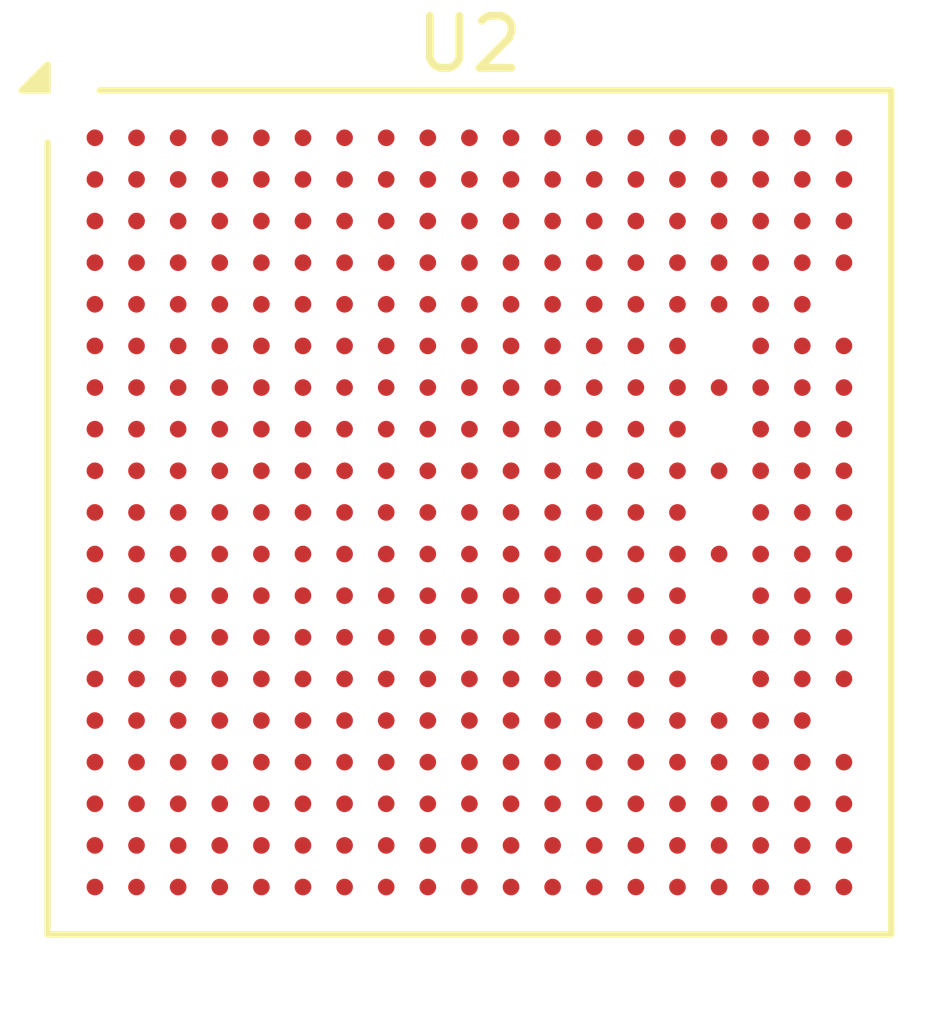
<source format=kicad_pcb>
(kicad_pcb (version 20241229) (generator "pcbnew") (generator_version "9.0")
  (layers (0 "F.Cu" signal) (2 "B.Cu" signal) (13 "F.Paste" user) (15 "B.Paste" user) (5 "F.SilkS" user "F.Silkscreen") (7 "B.SilkS" user "B.Silkscreen") (1 "F.Mask" user) (3 "B.Mask" user) (25 "Edge.Cuts" user))
  (net 0 "")
  (footprint "Package_BGA:ST_LFBGA-354_16x16mm_Layout19x19_P0.8mm" (layer "F.Cu") (at 122.8 90.2)
    (property "Reference" "U2" (at 0 -9 0) (layer "F.SilkS"))
    (property "Value" "STM32MP157FABx")
    (fp_line (start -8.11 8.11) (end -8.11 -7.11) (stroke (width 0.12)) (layer "F.SilkS"))
    (fp_line (start -7.11 -8.11) (end 8.11 -8.11) (stroke (width 0.12)) (layer "F.SilkS"))
    (fp_line (start 8.11 -8.11) (end 8.11 8.11) (stroke (width 0.12)) (layer "F.SilkS"))
    (fp_line (start 8.11 8.11) (end -8.11 8.11) (stroke (width 0.12)) (layer "F.SilkS"))
    (fp_poly (pts (xy -8.11 -8.11) (xy -8.61 -8.11) (xy -8.11 -8.61)) (stroke (width 0.12)) (fill yes) (layer "F.SilkS"))
    (pad "A1" smd circle (at -7.2 -7.2) (size 0.32 0.32) (property pad_prop_bga) (layers "F.Cu" "F.Mask" "F.Paste"))
    (pad "A2" smd circle (at -6.4 -7.2) (size 0.32 0.32) (property pad_prop_bga) (layers "F.Cu" "F.Mask" "F.Paste"))
    (pad "A3" smd circle (at -5.6 -7.2) (size 0.32 0.32) (property pad_prop_bga) (layers "F.Cu" "F.Mask" "F.Paste"))
    (pad "A4" smd circle (at -4.8 -7.2) (size 0.32 0.32) (property pad_prop_bga) (layers "F.Cu" "F.Mask" "F.Paste"))
    (pad "A5" smd circle (at -4 -7.2) (size 0.32 0.32) (property pad_prop_bga) (layers "F.Cu" "F.Mask" "F.Paste"))
    (pad "A6" smd circle (at -3.2 -7.2) (size 0.32 0.32) (property pad_prop_bga) (layers "F.Cu" "F.Mask" "F.Paste"))
    (pad "A7" smd circle (at -2.4 -7.2) (size 0.32 0.32) (property pad_prop_bga) (layers "F.Cu" "F.Mask" "F.Paste"))
    (pad "A8" smd circle (at -1.6 -7.2) (size 0.32 0.32) (property pad_prop_bga) (layers "F.Cu" "F.Mask" "F.Paste"))
    (pad "A9" smd circle (at -0.8 -7.2) (size 0.32 0.32) (property pad_prop_bga) (layers "F.Cu" "F.Mask" "F.Paste"))
    (pad "A10" smd circle (at 0 -7.2) (size 0.32 0.32) (property pad_prop_bga) (layers "F.Cu" "F.Mask" "F.Paste"))
    (pad "A11" smd circle (at 0.8 -7.2) (size 0.32 0.32) (property pad_prop_bga) (layers "F.Cu" "F.Mask" "F.Paste"))
    (pad "A12" smd circle (at 1.6 -7.2) (size 0.32 0.32) (property pad_prop_bga) (layers "F.Cu" "F.Mask" "F.Paste"))
    (pad "A13" smd circle (at 2.4 -7.2) (size 0.32 0.32) (property pad_prop_bga) (layers "F.Cu" "F.Mask" "F.Paste"))
    (pad "A14" smd circle (at 3.2 -7.2) (size 0.32 0.32) (property pad_prop_bga) (layers "F.Cu" "F.Mask" "F.Paste"))
    (pad "A15" smd circle (at 4 -7.2) (size 0.32 0.32) (property pad_prop_bga) (layers "F.Cu" "F.Mask" "F.Paste"))
    (pad "A16" smd circle (at 4.8 -7.2) (size 0.32 0.32) (property pad_prop_bga) (layers "F.Cu" "F.Mask" "F.Paste"))
    (pad "A17" smd circle (at 5.6 -7.2) (size 0.32 0.32) (property pad_prop_bga) (layers "F.Cu" "F.Mask" "F.Paste"))
    (pad "A18" smd circle (at 6.4 -7.2) (size 0.32 0.32) (property pad_prop_bga) (layers "F.Cu" "F.Mask" "F.Paste"))
    (pad "A19" smd circle (at 7.2 -7.2) (size 0.32 0.32) (property pad_prop_bga) (layers "F.Cu" "F.Mask" "F.Paste"))
    (pad "B1" smd circle (at -7.2 -6.4) (size 0.32 0.32) (property pad_prop_bga) (layers "F.Cu" "F.Mask" "F.Paste"))
    (pad "B2" smd circle (at -6.4 -6.4) (size 0.32 0.32) (property pad_prop_bga) (layers "F.Cu" "F.Mask" "F.Paste"))
    (pad "B3" smd circle (at -5.6 -6.4) (size 0.32 0.32) (property pad_prop_bga) (layers "F.Cu" "F.Mask" "F.Paste"))
    (pad "B4" smd circle (at -4.8 -6.4) (size 0.32 0.32) (property pad_prop_bga) (layers "F.Cu" "F.Mask" "F.Paste"))
    (pad "B5" smd circle (at -4 -6.4) (size 0.32 0.32) (property pad_prop_bga) (layers "F.Cu" "F.Mask" "F.Paste"))
    (pad "B6" smd circle (at -3.2 -6.4) (size 0.32 0.32) (property pad_prop_bga) (layers "F.Cu" "F.Mask" "F.Paste"))
    (pad "B7" smd circle (at -2.4 -6.4) (size 0.32 0.32) (property pad_prop_bga) (layers "F.Cu" "F.Mask" "F.Paste"))
    (pad "B8" smd circle (at -1.6 -6.4) (size 0.32 0.32) (property pad_prop_bga) (layers "F.Cu" "F.Mask" "F.Paste"))
    (pad "B9" smd circle (at -0.8 -6.4) (size 0.32 0.32) (property pad_prop_bga) (layers "F.Cu" "F.Mask" "F.Paste"))
    (pad "B10" smd circle (at 0 -6.4) (size 0.32 0.32) (property pad_prop_bga) (layers "F.Cu" "F.Mask" "F.Paste"))
    (pad "B11" smd circle (at 0.8 -6.4) (size 0.32 0.32) (property pad_prop_bga) (layers "F.Cu" "F.Mask" "F.Paste"))
    (pad "B12" smd circle (at 1.6 -6.4) (size 0.32 0.32) (property pad_prop_bga) (layers "F.Cu" "F.Mask" "F.Paste"))
    (pad "B13" smd circle (at 2.4 -6.4) (size 0.32 0.32) (property pad_prop_bga) (layers "F.Cu" "F.Mask" "F.Paste"))
    (pad "B14" smd circle (at 3.2 -6.4) (size 0.32 0.32) (property pad_prop_bga) (layers "F.Cu" "F.Mask" "F.Paste"))
    (pad "B15" smd circle (at 4 -6.4) (size 0.32 0.32) (property pad_prop_bga) (layers "F.Cu" "F.Mask" "F.Paste"))
    (pad "B16" smd circle (at 4.8 -6.4) (size 0.32 0.32) (property pad_prop_bga) (layers "F.Cu" "F.Mask" "F.Paste"))
    (pad "B17" smd circle (at 5.6 -6.4) (size 0.32 0.32) (property pad_prop_bga) (layers "F.Cu" "F.Mask" "F.Paste"))
    (pad "B18" smd circle (at 6.4 -6.4) (size 0.32 0.32) (property pad_prop_bga) (layers "F.Cu" "F.Mask" "F.Paste"))
    (pad "B19" smd circle (at 7.2 -6.4) (size 0.32 0.32) (property pad_prop_bga) (layers "F.Cu" "F.Mask" "F.Paste"))
    (pad "C1" smd circle (at -7.2 -5.6) (size 0.32 0.32) (property pad_prop_bga) (layers "F.Cu" "F.Mask" "F.Paste"))
    (pad "C2" smd circle (at -6.4 -5.6) (size 0.32 0.32) (property pad_prop_bga) (layers "F.Cu" "F.Mask" "F.Paste"))
    (pad "C3" smd circle (at -5.6 -5.6) (size 0.32 0.32) (property pad_prop_bga) (layers "F.Cu" "F.Mask" "F.Paste"))
    (pad "C4" smd circle (at -4.8 -5.6) (size 0.32 0.32) (property pad_prop_bga) (layers "F.Cu" "F.Mask" "F.Paste"))
    (pad "C5" smd circle (at -4 -5.6) (size 0.32 0.32) (property pad_prop_bga) (layers "F.Cu" "F.Mask" "F.Paste"))
    (pad "C6" smd circle (at -3.2 -5.6) (size 0.32 0.32) (property pad_prop_bga) (layers "F.Cu" "F.Mask" "F.Paste"))
    (pad "C7" smd circle (at -2.4 -5.6) (size 0.32 0.32) (property pad_prop_bga) (layers "F.Cu" "F.Mask" "F.Paste"))
    (pad "C8" smd circle (at -1.6 -5.6) (size 0.32 0.32) (property pad_prop_bga) (layers "F.Cu" "F.Mask" "F.Paste"))
    (pad "C9" smd circle (at -0.8 -5.6) (size 0.32 0.32) (property pad_prop_bga) (layers "F.Cu" "F.Mask" "F.Paste"))
    (pad "C10" smd circle (at 0 -5.6) (size 0.32 0.32) (property pad_prop_bga) (layers "F.Cu" "F.Mask" "F.Paste"))
    (pad "C11" smd circle (at 0.8 -5.6) (size 0.32 0.32) (property pad_prop_bga) (layers "F.Cu" "F.Mask" "F.Paste"))
    (pad "C12" smd circle (at 1.6 -5.6) (size 0.32 0.32) (property pad_prop_bga) (layers "F.Cu" "F.Mask" "F.Paste"))
    (pad "C13" smd circle (at 2.4 -5.6) (size 0.32 0.32) (property pad_prop_bga) (layers "F.Cu" "F.Mask" "F.Paste"))
    (pad "C14" smd circle (at 3.2 -5.6) (size 0.32 0.32) (property pad_prop_bga) (layers "F.Cu" "F.Mask" "F.Paste"))
    (pad "C15" smd circle (at 4 -5.6) (size 0.32 0.32) (property pad_prop_bga) (layers "F.Cu" "F.Mask" "F.Paste"))
    (pad "C16" smd circle (at 4.8 -5.6) (size 0.32 0.32) (property pad_prop_bga) (layers "F.Cu" "F.Mask" "F.Paste"))
    (pad "C17" smd circle (at 5.6 -5.6) (size 0.32 0.32) (property pad_prop_bga) (layers "F.Cu" "F.Mask" "F.Paste"))
    (pad "C18" smd circle (at 6.4 -5.6) (size 0.32 0.32) (property pad_prop_bga) (layers "F.Cu" "F.Mask" "F.Paste"))
    (pad "C19" smd circle (at 7.2 -5.6) (size 0.32 0.32) (property pad_prop_bga) (layers "F.Cu" "F.Mask" "F.Paste"))
    (pad "D1" smd circle (at -7.2 -4.8) (size 0.32 0.32) (property pad_prop_bga) (layers "F.Cu" "F.Mask" "F.Paste"))
    (pad "D2" smd circle (at -6.4 -4.8) (size 0.32 0.32) (property pad_prop_bga) (layers "F.Cu" "F.Mask" "F.Paste"))
    (pad "D3" smd circle (at -5.6 -4.8) (size 0.32 0.32) (property pad_prop_bga) (layers "F.Cu" "F.Mask" "F.Paste"))
    (pad "D4" smd circle (at -4.8 -4.8) (size 0.32 0.32) (property pad_prop_bga) (layers "F.Cu" "F.Mask" "F.Paste"))
    (pad "D5" smd circle (at -4 -4.8) (size 0.32 0.32) (property pad_prop_bga) (layers "F.Cu" "F.Mask" "F.Paste"))
    (pad "D6" smd circle (at -3.2 -4.8) (size 0.32 0.32) (property pad_prop_bga) (layers "F.Cu" "F.Mask" "F.Paste"))
    (pad "D7" smd circle (at -2.4 -4.8) (size 0.32 0.32) (property pad_prop_bga) (layers "F.Cu" "F.Mask" "F.Paste"))
    (pad "D8" smd circle (at -1.6 -4.8) (size 0.32 0.32) (property pad_prop_bga) (layers "F.Cu" "F.Mask" "F.Paste"))
    (pad "D9" smd circle (at -0.8 -4.8) (size 0.32 0.32) (property pad_prop_bga) (layers "F.Cu" "F.Mask" "F.Paste"))
    (pad "D10" smd circle (at 0 -4.8) (size 0.32 0.32) (property pad_prop_bga) (layers "F.Cu" "F.Mask" "F.Paste"))
    (pad "D11" smd circle (at 0.8 -4.8) (size 0.32 0.32) (property pad_prop_bga) (layers "F.Cu" "F.Mask" "F.Paste"))
    (pad "D12" smd circle (at 1.6 -4.8) (size 0.32 0.32) (property pad_prop_bga) (layers "F.Cu" "F.Mask" "F.Paste"))
    (pad "D13" smd circle (at 2.4 -4.8) (size 0.32 0.32) (property pad_prop_bga) (layers "F.Cu" "F.Mask" "F.Paste"))
    (pad "D14" smd circle (at 3.2 -4.8) (size 0.32 0.32) (property pad_prop_bga) (layers "F.Cu" "F.Mask" "F.Paste"))
    (pad "D15" smd circle (at 4 -4.8) (size 0.32 0.32) (property pad_prop_bga) (layers "F.Cu" "F.Mask" "F.Paste"))
    (pad "D16" smd circle (at 4.8 -4.8) (size 0.32 0.32) (property pad_prop_bga) (layers "F.Cu" "F.Mask" "F.Paste"))
    (pad "D17" smd circle (at 5.6 -4.8) (size 0.32 0.32) (property pad_prop_bga) (layers "F.Cu" "F.Mask" "F.Paste"))
    (pad "D18" smd circle (at 6.4 -4.8) (size 0.32 0.32) (property pad_prop_bga) (layers "F.Cu" "F.Mask" "F.Paste"))
    (pad "D19" smd circle (at 7.2 -4.8) (size 0.32 0.32) (property pad_prop_bga) (layers "F.Cu" "F.Mask" "F.Paste"))
    (pad "E1" smd circle (at -7.2 -4) (size 0.32 0.32) (property pad_prop_bga) (layers "F.Cu" "F.Mask" "F.Paste"))
    (pad "E2" smd circle (at -6.4 -4) (size 0.32 0.32) (property pad_prop_bga) (layers "F.Cu" "F.Mask" "F.Paste"))
    (pad "E3" smd circle (at -5.6 -4) (size 0.32 0.32) (property pad_prop_bga) (layers "F.Cu" "F.Mask" "F.Paste"))
    (pad "E4" smd circle (at -4.8 -4) (size 0.32 0.32) (property pad_prop_bga) (layers "F.Cu" "F.Mask" "F.Paste"))
    (pad "E5" smd circle (at -4 -4) (size 0.32 0.32) (property pad_prop_bga) (layers "F.Cu" "F.Mask" "F.Paste"))
    (pad "E6" smd circle (at -3.2 -4) (size 0.32 0.32) (property pad_prop_bga) (layers "F.Cu" "F.Mask" "F.Paste"))
    (pad "E7" smd circle (at -2.4 -4) (size 0.32 0.32) (property pad_prop_bga) (layers "F.Cu" "F.Mask" "F.Paste"))
    (pad "E8" smd circle (at -1.6 -4) (size 0.32 0.32) (property pad_prop_bga) (layers "F.Cu" "F.Mask" "F.Paste"))
    (pad "E9" smd circle (at -0.8 -4) (size 0.32 0.32) (property pad_prop_bga) (layers "F.Cu" "F.Mask" "F.Paste"))
    (pad "E10" smd circle (at 0 -4) (size 0.32 0.32) (property pad_prop_bga) (layers "F.Cu" "F.Mask" "F.Paste"))
    (pad "E11" smd circle (at 0.8 -4) (size 0.32 0.32) (property pad_prop_bga) (layers "F.Cu" "F.Mask" "F.Paste"))
    (pad "E12" smd circle (at 1.6 -4) (size 0.32 0.32) (property pad_prop_bga) (layers "F.Cu" "F.Mask" "F.Paste"))
    (pad "E13" smd circle (at 2.4 -4) (size 0.32 0.32) (property pad_prop_bga) (layers "F.Cu" "F.Mask" "F.Paste"))
    (pad "E14" smd circle (at 3.2 -4) (size 0.32 0.32) (property pad_prop_bga) (layers "F.Cu" "F.Mask" "F.Paste"))
    (pad "E15" smd circle (at 4 -4) (size 0.32 0.32) (property pad_prop_bga) (layers "F.Cu" "F.Mask" "F.Paste"))
    (pad "E16" smd circle (at 4.8 -4) (size 0.32 0.32) (property pad_prop_bga) (layers "F.Cu" "F.Mask" "F.Paste"))
    (pad "E17" smd circle (at 5.6 -4) (size 0.32 0.32) (property pad_prop_bga) (layers "F.Cu" "F.Mask" "F.Paste"))
    (pad "E18" smd circle (at 6.4 -4) (size 0.32 0.32) (property pad_prop_bga) (layers "F.Cu" "F.Mask" "F.Paste"))
    (pad "F1" smd circle (at -7.2 -3.2) (size 0.32 0.32) (property pad_prop_bga) (layers "F.Cu" "F.Mask" "F.Paste"))
    (pad "F2" smd circle (at -6.4 -3.2) (size 0.32 0.32) (property pad_prop_bga) (layers "F.Cu" "F.Mask" "F.Paste"))
    (pad "F3" smd circle (at -5.6 -3.2) (size 0.32 0.32) (property pad_prop_bga) (layers "F.Cu" "F.Mask" "F.Paste"))
    (pad "F4" smd circle (at -4.8 -3.2) (size 0.32 0.32) (property pad_prop_bga) (layers "F.Cu" "F.Mask" "F.Paste"))
    (pad "F5" smd circle (at -4 -3.2) (size 0.32 0.32) (property pad_prop_bga) (layers "F.Cu" "F.Mask" "F.Paste"))
    (pad "F6" smd circle (at -3.2 -3.2) (size 0.32 0.32) (property pad_prop_bga) (layers "F.Cu" "F.Mask" "F.Paste"))
    (pad "F7" smd circle (at -2.4 -3.2) (size 0.32 0.32) (property pad_prop_bga) (layers "F.Cu" "F.Mask" "F.Paste"))
    (pad "F8" smd circle (at -1.6 -3.2) (size 0.32 0.32) (property pad_prop_bga) (layers "F.Cu" "F.Mask" "F.Paste"))
    (pad "F9" smd circle (at -0.8 -3.2) (size 0.32 0.32) (property pad_prop_bga) (layers "F.Cu" "F.Mask" "F.Paste"))
    (pad "F10" smd circle (at 0 -3.2) (size 0.32 0.32) (property pad_prop_bga) (layers "F.Cu" "F.Mask" "F.Paste"))
    (pad "F11" smd circle (at 0.8 -3.2) (size 0.32 0.32) (property pad_prop_bga) (layers "F.Cu" "F.Mask" "F.Paste"))
    (pad "F12" smd circle (at 1.6 -3.2) (size 0.32 0.32) (property pad_prop_bga) (layers "F.Cu" "F.Mask" "F.Paste"))
    (pad "F13" smd circle (at 2.4 -3.2) (size 0.32 0.32) (property pad_prop_bga) (layers "F.Cu" "F.Mask" "F.Paste"))
    (pad "F14" smd circle (at 3.2 -3.2) (size 0.32 0.32) (property pad_prop_bga) (layers "F.Cu" "F.Mask" "F.Paste"))
    (pad "F15" smd circle (at 4 -3.2) (size 0.32 0.32) (property pad_prop_bga) (layers "F.Cu" "F.Mask" "F.Paste"))
    (pad "F17" smd circle (at 5.6 -3.2) (size 0.32 0.32) (property pad_prop_bga) (layers "F.Cu" "F.Mask" "F.Paste"))
    (pad "F18" smd circle (at 6.4 -3.2) (size 0.32 0.32) (property pad_prop_bga) (layers "F.Cu" "F.Mask" "F.Paste"))
    (pad "F19" smd circle (at 7.2 -3.2) (size 0.32 0.32) (property pad_prop_bga) (layers "F.Cu" "F.Mask" "F.Paste"))
    (pad "G1" smd circle (at -7.2 -2.4) (size 0.32 0.32) (property pad_prop_bga) (layers "F.Cu" "F.Mask" "F.Paste"))
    (pad "G2" smd circle (at -6.4 -2.4) (size 0.32 0.32) (property pad_prop_bga) (layers "F.Cu" "F.Mask" "F.Paste"))
    (pad "G3" smd circle (at -5.6 -2.4) (size 0.32 0.32) (property pad_prop_bga) (layers "F.Cu" "F.Mask" "F.Paste"))
    (pad "G4" smd circle (at -4.8 -2.4) (size 0.32 0.32) (property pad_prop_bga) (layers "F.Cu" "F.Mask" "F.Paste"))
    (pad "G5" smd circle (at -4 -2.4) (size 0.32 0.32) (property pad_prop_bga) (layers "F.Cu" "F.Mask" "F.Paste"))
    (pad "G6" smd circle (at -3.2 -2.4) (size 0.32 0.32) (property pad_prop_bga) (layers "F.Cu" "F.Mask" "F.Paste"))
    (pad "G7" smd circle (at -2.4 -2.4) (size 0.32 0.32) (property pad_prop_bga) (layers "F.Cu" "F.Mask" "F.Paste"))
    (pad "G8" smd circle (at -1.6 -2.4) (size 0.32 0.32) (property pad_prop_bga) (layers "F.Cu" "F.Mask" "F.Paste"))
    (pad "G9" smd circle (at -0.8 -2.4) (size 0.32 0.32) (property pad_prop_bga) (layers "F.Cu" "F.Mask" "F.Paste"))
    (pad "G10" smd circle (at 0 -2.4) (size 0.32 0.32) (property pad_prop_bga) (layers "F.Cu" "F.Mask" "F.Paste"))
    (pad "G11" smd circle (at 0.8 -2.4) (size 0.32 0.32) (property pad_prop_bga) (layers "F.Cu" "F.Mask" "F.Paste"))
    (pad "G12" smd circle (at 1.6 -2.4) (size 0.32 0.32) (property pad_prop_bga) (layers "F.Cu" "F.Mask" "F.Paste"))
    (pad "G13" smd circle (at 2.4 -2.4) (size 0.32 0.32) (property pad_prop_bga) (layers "F.Cu" "F.Mask" "F.Paste"))
    (pad "G14" smd circle (at 3.2 -2.4) (size 0.32 0.32) (property pad_prop_bga) (layers "F.Cu" "F.Mask" "F.Paste"))
    (pad "G15" smd circle (at 4 -2.4) (size 0.32 0.32) (property pad_prop_bga) (layers "F.Cu" "F.Mask" "F.Paste"))
    (pad "G16" smd circle (at 4.8 -2.4) (size 0.32 0.32) (property pad_prop_bga) (layers "F.Cu" "F.Mask" "F.Paste"))
    (pad "G17" smd circle (at 5.6 -2.4) (size 0.32 0.32) (property pad_prop_bga) (layers "F.Cu" "F.Mask" "F.Paste"))
    (pad "G18" smd circle (at 6.4 -2.4) (size 0.32 0.32) (property pad_prop_bga) (layers "F.Cu" "F.Mask" "F.Paste"))
    (pad "G19" smd circle (at 7.2 -2.4) (size 0.32 0.32) (property pad_prop_bga) (layers "F.Cu" "F.Mask" "F.Paste"))
    (pad "H1" smd circle (at -7.2 -1.6) (size 0.32 0.32) (property pad_prop_bga) (layers "F.Cu" "F.Mask" "F.Paste"))
    (pad "H2" smd circle (at -6.4 -1.6) (size 0.32 0.32) (property pad_prop_bga) (layers "F.Cu" "F.Mask" "F.Paste"))
    (pad "H3" smd circle (at -5.6 -1.6) (size 0.32 0.32) (property pad_prop_bga) (layers "F.Cu" "F.Mask" "F.Paste"))
    (pad "H4" smd circle (at -4.8 -1.6) (size 0.32 0.32) (property pad_prop_bga) (layers "F.Cu" "F.Mask" "F.Paste"))
    (pad "H5" smd circle (at -4 -1.6) (size 0.32 0.32) (property pad_prop_bga) (layers "F.Cu" "F.Mask" "F.Paste"))
    (pad "H6" smd circle (at -3.2 -1.6) (size 0.32 0.32) (property pad_prop_bga) (layers "F.Cu" "F.Mask" "F.Paste"))
    (pad "H7" smd circle (at -2.4 -1.6) (size 0.32 0.32) (property pad_prop_bga) (layers "F.Cu" "F.Mask" "F.Paste"))
    (pad "H8" smd circle (at -1.6 -1.6) (size 0.32 0.32) (property pad_prop_bga) (layers "F.Cu" "F.Mask" "F.Paste"))
    (pad "H9" smd circle (at -0.8 -1.6) (size 0.32 0.32) (property pad_prop_bga) (layers "F.Cu" "F.Mask" "F.Paste"))
    (pad "H10" smd circle (at 0 -1.6) (size 0.32 0.32) (property pad_prop_bga) (layers "F.Cu" "F.Mask" "F.Paste"))
    (pad "H11" smd circle (at 0.8 -1.6) (size 0.32 0.32) (property pad_prop_bga) (layers "F.Cu" "F.Mask" "F.Paste"))
    (pad "H12" smd circle (at 1.6 -1.6) (size 0.32 0.32) (property pad_prop_bga) (layers "F.Cu" "F.Mask" "F.Paste"))
    (pad "H13" smd circle (at 2.4 -1.6) (size 0.32 0.32) (property pad_prop_bga) (layers "F.Cu" "F.Mask" "F.Paste"))
    (pad "H14" smd circle (at 3.2 -1.6) (size 0.32 0.32) (property pad_prop_bga) (layers "F.Cu" "F.Mask" "F.Paste"))
    (pad "H15" smd circle (at 4 -1.6) (size 0.32 0.32) (property pad_prop_bga) (layers "F.Cu" "F.Mask" "F.Paste"))
    (pad "H17" smd circle (at 5.6 -1.6) (size 0.32 0.32) (property pad_prop_bga) (layers "F.Cu" "F.Mask" "F.Paste"))
    (pad "H18" smd circle (at 6.4 -1.6) (size 0.32 0.32) (property pad_prop_bga) (layers "F.Cu" "F.Mask" "F.Paste"))
    (pad "H19" smd circle (at 7.2 -1.6) (size 0.32 0.32) (property pad_prop_bga) (layers "F.Cu" "F.Mask" "F.Paste"))
    (pad "J1" smd circle (at -7.2 -0.8) (size 0.32 0.32) (property pad_prop_bga) (layers "F.Cu" "F.Mask" "F.Paste"))
    (pad "J2" smd circle (at -6.4 -0.8) (size 0.32 0.32) (property pad_prop_bga) (layers "F.Cu" "F.Mask" "F.Paste"))
    (pad "J3" smd circle (at -5.6 -0.8) (size 0.32 0.32) (property pad_prop_bga) (layers "F.Cu" "F.Mask" "F.Paste"))
    (pad "J4" smd circle (at -4.8 -0.8) (size 0.32 0.32) (property pad_prop_bga) (layers "F.Cu" "F.Mask" "F.Paste"))
    (pad "J5" smd circle (at -4 -0.8) (size 0.32 0.32) (property pad_prop_bga) (layers "F.Cu" "F.Mask" "F.Paste"))
    (pad "J6" smd circle (at -3.2 -0.8) (size 0.32 0.32) (property pad_prop_bga) (layers "F.Cu" "F.Mask" "F.Paste"))
    (pad "J7" smd circle (at -2.4 -0.8) (size 0.32 0.32) (property pad_prop_bga) (layers "F.Cu" "F.Mask" "F.Paste"))
    (pad "J8" smd circle (at -1.6 -0.8) (size 0.32 0.32) (property pad_prop_bga) (layers "F.Cu" "F.Mask" "F.Paste"))
    (pad "J9" smd circle (at -0.8 -0.8) (size 0.32 0.32) (property pad_prop_bga) (layers "F.Cu" "F.Mask" "F.Paste"))
    (pad "J10" smd circle (at 0 -0.8) (size 0.32 0.32) (property pad_prop_bga) (layers "F.Cu" "F.Mask" "F.Paste"))
    (pad "J11" smd circle (at 0.8 -0.8) (size 0.32 0.32) (property pad_prop_bga) (layers "F.Cu" "F.Mask" "F.Paste"))
    (pad "J12" smd circle (at 1.6 -0.8) (size 0.32 0.32) (property pad_prop_bga) (layers "F.Cu" "F.Mask" "F.Paste"))
    (pad "J13" smd circle (at 2.4 -0.8) (size 0.32 0.32) (property pad_prop_bga) (layers "F.Cu" "F.Mask" "F.Paste"))
    (pad "J14" smd circle (at 3.2 -0.8) (size 0.32 0.32) (property pad_prop_bga) (layers "F.Cu" "F.Mask" "F.Paste"))
    (pad "J15" smd circle (at 4 -0.8) (size 0.32 0.32) (property pad_prop_bga) (layers "F.Cu" "F.Mask" "F.Paste"))
    (pad "J16" smd circle (at 4.8 -0.8) (size 0.32 0.32) (property pad_prop_bga) (layers "F.Cu" "F.Mask" "F.Paste"))
    (pad "J17" smd circle (at 5.6 -0.8) (size 0.32 0.32) (property pad_prop_bga) (layers "F.Cu" "F.Mask" "F.Paste"))
    (pad "J18" smd circle (at 6.4 -0.8) (size 0.32 0.32) (property pad_prop_bga) (layers "F.Cu" "F.Mask" "F.Paste"))
    (pad "J19" smd circle (at 7.2 -0.8) (size 0.32 0.32) (property pad_prop_bga) (layers "F.Cu" "F.Mask" "F.Paste"))
    (pad "K1" smd circle (at -7.2 0) (size 0.32 0.32) (property pad_prop_bga) (layers "F.Cu" "F.Mask" "F.Paste"))
    (pad "K2" smd circle (at -6.4 0) (size 0.32 0.32) (property pad_prop_bga) (layers "F.Cu" "F.Mask" "F.Paste"))
    (pad "K3" smd circle (at -5.6 0) (size 0.32 0.32) (property pad_prop_bga) (layers "F.Cu" "F.Mask" "F.Paste"))
    (pad "K4" smd circle (at -4.8 0) (size 0.32 0.32) (property pad_prop_bga) (layers "F.Cu" "F.Mask" "F.Paste"))
    (pad "K5" smd circle (at -4 0) (size 0.32 0.32) (property pad_prop_bga) (layers "F.Cu" "F.Mask" "F.Paste"))
    (pad "K6" smd circle (at -3.2 0) (size 0.32 0.32) (property pad_prop_bga) (layers "F.Cu" "F.Mask" "F.Paste"))
    (pad "K7" smd circle (at -2.4 0) (size 0.32 0.32) (property pad_prop_bga) (layers "F.Cu" "F.Mask" "F.Paste"))
    (pad "K8" smd circle (at -1.6 0) (size 0.32 0.32) (property pad_prop_bga) (layers "F.Cu" "F.Mask" "F.Paste"))
    (pad "K9" smd circle (at -0.8 0) (size 0.32 0.32) (property pad_prop_bga) (layers "F.Cu" "F.Mask" "F.Paste"))
    (pad "K10" smd circle (at 0 0) (size 0.32 0.32) (property pad_prop_bga) (layers "F.Cu" "F.Mask" "F.Paste"))
    (pad "K11" smd circle (at 0.8 0) (size 0.32 0.32) (property pad_prop_bga) (layers "F.Cu" "F.Mask" "F.Paste"))
    (pad "K12" smd circle (at 1.6 0) (size 0.32 0.32) (property pad_prop_bga) (layers "F.Cu" "F.Mask" "F.Paste"))
    (pad "K13" smd circle (at 2.4 0) (size 0.32 0.32) (property pad_prop_bga) (layers "F.Cu" "F.Mask" "F.Paste"))
    (pad "K14" smd circle (at 3.2 0) (size 0.32 0.32) (property pad_prop_bga) (layers "F.Cu" "F.Mask" "F.Paste"))
    (pad "K15" smd circle (at 4 0) (size 0.32 0.32) (property pad_prop_bga) (layers "F.Cu" "F.Mask" "F.Paste"))
    (pad "K17" smd circle (at 5.6 0) (size 0.32 0.32) (property pad_prop_bga) (layers "F.Cu" "F.Mask" "F.Paste"))
    (pad "K18" smd circle (at 6.4 0) (size 0.32 0.32) (property pad_prop_bga) (layers "F.Cu" "F.Mask" "F.Paste"))
    (pad "K19" smd circle (at 7.2 0) (size 0.32 0.32) (property pad_prop_bga) (layers "F.Cu" "F.Mask" "F.Paste"))
    (pad "L1" smd circle (at -7.2 0.8) (size 0.32 0.32) (property pad_prop_bga) (layers "F.Cu" "F.Mask" "F.Paste"))
    (pad "L2" smd circle (at -6.4 0.8) (size 0.32 0.32) (property pad_prop_bga) (layers "F.Cu" "F.Mask" "F.Paste"))
    (pad "L3" smd circle (at -5.6 0.8) (size 0.32 0.32) (property pad_prop_bga) (layers "F.Cu" "F.Mask" "F.Paste"))
    (pad "L4" smd circle (at -4.8 0.8) (size 0.32 0.32) (property pad_prop_bga) (layers "F.Cu" "F.Mask" "F.Paste"))
    (pad "L5" smd circle (at -4 0.8) (size 0.32 0.32) (property pad_prop_bga) (layers "F.Cu" "F.Mask" "F.Paste"))
    (pad "L6" smd circle (at -3.2 0.8) (size 0.32 0.32) (property pad_prop_bga) (layers "F.Cu" "F.Mask" "F.Paste"))
    (pad "L7" smd circle (at -2.4 0.8) (size 0.32 0.32) (property pad_prop_bga) (layers "F.Cu" "F.Mask" "F.Paste"))
    (pad "L8" smd circle (at -1.6 0.8) (size 0.32 0.32) (property pad_prop_bga) (layers "F.Cu" "F.Mask" "F.Paste"))
    (pad "L9" smd circle (at -0.8 0.8) (size 0.32 0.32) (property pad_prop_bga) (layers "F.Cu" "F.Mask" "F.Paste"))
    (pad "L10" smd circle (at 0 0.8) (size 0.32 0.32) (property pad_prop_bga) (layers "F.Cu" "F.Mask" "F.Paste"))
    (pad "L11" smd circle (at 0.8 0.8) (size 0.32 0.32) (property pad_prop_bga) (layers "F.Cu" "F.Mask" "F.Paste"))
    (pad "L12" smd circle (at 1.6 0.8) (size 0.32 0.32) (property pad_prop_bga) (layers "F.Cu" "F.Mask" "F.Paste"))
    (pad "L13" smd circle (at 2.4 0.8) (size 0.32 0.32) (property pad_prop_bga) (layers "F.Cu" "F.Mask" "F.Paste"))
    (pad "L14" smd circle (at 3.2 0.8) (size 0.32 0.32) (property pad_prop_bga) (layers "F.Cu" "F.Mask" "F.Paste"))
    (pad "L15" smd circle (at 4 0.8) (size 0.32 0.32) (property pad_prop_bga) (layers "F.Cu" "F.Mask" "F.Paste"))
    (pad "L16" smd circle (at 4.8 0.8) (size 0.32 0.32) (property pad_prop_bga) (layers "F.Cu" "F.Mask" "F.Paste"))
    (pad "L17" smd circle (at 5.6 0.8) (size 0.32 0.32) (property pad_prop_bga) (layers "F.Cu" "F.Mask" "F.Paste"))
    (pad "L18" smd circle (at 6.4 0.8) (size 0.32 0.32) (property pad_prop_bga) (layers "F.Cu" "F.Mask" "F.Paste"))
    (pad "L19" smd circle (at 7.2 0.8) (size 0.32 0.32) (property pad_prop_bga) (layers "F.Cu" "F.Mask" "F.Paste"))
    (pad "M1" smd circle (at -7.2 1.6) (size 0.32 0.32) (property pad_prop_bga) (layers "F.Cu" "F.Mask" "F.Paste"))
    (pad "M2" smd circle (at -6.4 1.6) (size 0.32 0.32) (property pad_prop_bga) (layers "F.Cu" "F.Mask" "F.Paste"))
    (pad "M3" smd circle (at -5.6 1.6) (size 0.32 0.32) (property pad_prop_bga) (layers "F.Cu" "F.Mask" "F.Paste"))
    (pad "M4" smd circle (at -4.8 1.6) (size 0.32 0.32) (property pad_prop_bga) (layers "F.Cu" "F.Mask" "F.Paste"))
    (pad "M5" smd circle (at -4 1.6) (size 0.32 0.32) (property pad_prop_bga) (layers "F.Cu" "F.Mask" "F.Paste"))
    (pad "M6" smd circle (at -3.2 1.6) (size 0.32 0.32) (property pad_prop_bga) (layers "F.Cu" "F.Mask" "F.Paste"))
    (pad "M7" smd circle (at -2.4 1.6) (size 0.32 0.32) (property pad_prop_bga) (layers "F.Cu" "F.Mask" "F.Paste"))
    (pad "M8" smd circle (at -1.6 1.6) (size 0.32 0.32) (property pad_prop_bga) (layers "F.Cu" "F.Mask" "F.Paste"))
    (pad "M9" smd circle (at -0.8 1.6) (size 0.32 0.32) (property pad_prop_bga) (layers "F.Cu" "F.Mask" "F.Paste"))
    (pad "M10" smd circle (at 0 1.6) (size 0.32 0.32) (property pad_prop_bga) (layers "F.Cu" "F.Mask" "F.Paste"))
    (pad "M11" smd circle (at 0.8 1.6) (size 0.32 0.32) (property pad_prop_bga) (layers "F.Cu" "F.Mask" "F.Paste"))
    (pad "M12" smd circle (at 1.6 1.6) (size 0.32 0.32) (property pad_prop_bga) (layers "F.Cu" "F.Mask" "F.Paste"))
    (pad "M13" smd circle (at 2.4 1.6) (size 0.32 0.32) (property pad_prop_bga) (layers "F.Cu" "F.Mask" "F.Paste"))
    (pad "M14" smd circle (at 3.2 1.6) (size 0.32 0.32) (property pad_prop_bga) (layers "F.Cu" "F.Mask" "F.Paste"))
    (pad "M15" smd circle (at 4 1.6) (size 0.32 0.32) (property pad_prop_bga) (layers "F.Cu" "F.Mask" "F.Paste"))
    (pad "M17" smd circle (at 5.6 1.6) (size 0.32 0.32) (property pad_prop_bga) (layers "F.Cu" "F.Mask" "F.Paste"))
    (pad "M18" smd circle (at 6.4 1.6) (size 0.32 0.32) (property pad_prop_bga) (layers "F.Cu" "F.Mask" "F.Paste"))
    (pad "M19" smd circle (at 7.2 1.6) (size 0.32 0.32) (property pad_prop_bga) (layers "F.Cu" "F.Mask" "F.Paste"))
    (pad "N1" smd circle (at -7.2 2.4) (size 0.32 0.32) (property pad_prop_bga) (layers "F.Cu" "F.Mask" "F.Paste"))
    (pad "N2" smd circle (at -6.4 2.4) (size 0.32 0.32) (property pad_prop_bga) (layers "F.Cu" "F.Mask" "F.Paste"))
    (pad "N3" smd circle (at -5.6 2.4) (size 0.32 0.32) (property pad_prop_bga) (layers "F.Cu" "F.Mask" "F.Paste"))
    (pad "N4" smd circle (at -4.8 2.4) (size 0.32 0.32) (property pad_prop_bga) (layers "F.Cu" "F.Mask" "F.Paste"))
    (pad "N5" smd circle (at -4 2.4) (size 0.32 0.32) (property pad_prop_bga) (layers "F.Cu" "F.Mask" "F.Paste"))
    (pad "N6" smd circle (at -3.2 2.4) (size 0.32 0.32) (property pad_prop_bga) (layers "F.Cu" "F.Mask" "F.Paste"))
    (pad "N7" smd circle (at -2.4 2.4) (size 0.32 0.32) (property pad_prop_bga) (layers "F.Cu" "F.Mask" "F.Paste"))
    (pad "N8" smd circle (at -1.6 2.4) (size 0.32 0.32) (property pad_prop_bga) (layers "F.Cu" "F.Mask" "F.Paste"))
    (pad "N9" smd circle (at -0.8 2.4) (size 0.32 0.32) (property pad_prop_bga) (layers "F.Cu" "F.Mask" "F.Paste"))
    (pad "N10" smd circle (at 0 2.4) (size 0.32 0.32) (property pad_prop_bga) (layers "F.Cu" "F.Mask" "F.Paste"))
    (pad "N11" smd circle (at 0.8 2.4) (size 0.32 0.32) (property pad_prop_bga) (layers "F.Cu" "F.Mask" "F.Paste"))
    (pad "N12" smd circle (at 1.6 2.4) (size 0.32 0.32) (property pad_prop_bga) (layers "F.Cu" "F.Mask" "F.Paste"))
    (pad "N13" smd circle (at 2.4 2.4) (size 0.32 0.32) (property pad_prop_bga) (layers "F.Cu" "F.Mask" "F.Paste"))
    (pad "N14" smd circle (at 3.2 2.4) (size 0.32 0.32) (property pad_prop_bga) (layers "F.Cu" "F.Mask" "F.Paste"))
    (pad "N15" smd circle (at 4 2.4) (size 0.32 0.32) (property pad_prop_bga) (layers "F.Cu" "F.Mask" "F.Paste"))
    (pad "N16" smd circle (at 4.8 2.4) (size 0.32 0.32) (property pad_prop_bga) (layers "F.Cu" "F.Mask" "F.Paste"))
    (pad "N17" smd circle (at 5.6 2.4) (size 0.32 0.32) (property pad_prop_bga) (layers "F.Cu" "F.Mask" "F.Paste"))
    (pad "N18" smd circle (at 6.4 2.4) (size 0.32 0.32) (property pad_prop_bga) (layers "F.Cu" "F.Mask" "F.Paste"))
    (pad "N19" smd circle (at 7.2 2.4) (size 0.32 0.32) (property pad_prop_bga) (layers "F.Cu" "F.Mask" "F.Paste"))
    (pad "P1" smd circle (at -7.2 3.2) (size 0.32 0.32) (property pad_prop_bga) (layers "F.Cu" "F.Mask" "F.Paste"))
    (pad "P2" smd circle (at -6.4 3.2) (size 0.32 0.32) (property pad_prop_bga) (layers "F.Cu" "F.Mask" "F.Paste"))
    (pad "P3" smd circle (at -5.6 3.2) (size 0.32 0.32) (property pad_prop_bga) (layers "F.Cu" "F.Mask" "F.Paste"))
    (pad "P4" smd circle (at -4.8 3.2) (size 0.32 0.32) (property pad_prop_bga) (layers "F.Cu" "F.Mask" "F.Paste"))
    (pad "P5" smd circle (at -4 3.2) (size 0.32 0.32) (property pad_prop_bga) (layers "F.Cu" "F.Mask" "F.Paste"))
    (pad "P6" smd circle (at -3.2 3.2) (size 0.32 0.32) (property pad_prop_bga) (layers "F.Cu" "F.Mask" "F.Paste"))
    (pad "P7" smd circle (at -2.4 3.2) (size 0.32 0.32) (property pad_prop_bga) (layers "F.Cu" "F.Mask" "F.Paste"))
    (pad "P8" smd circle (at -1.6 3.2) (size 0.32 0.32) (property pad_prop_bga) (layers "F.Cu" "F.Mask" "F.Paste"))
    (pad "P9" smd circle (at -0.8 3.2) (size 0.32 0.32) (property pad_prop_bga) (layers "F.Cu" "F.Mask" "F.Paste"))
    (pad "P10" smd circle (at 0 3.2) (size 0.32 0.32) (property pad_prop_bga) (layers "F.Cu" "F.Mask" "F.Paste"))
    (pad "P11" smd circle (at 0.8 3.2) (size 0.32 0.32) (property pad_prop_bga) (layers "F.Cu" "F.Mask" "F.Paste"))
    (pad "P12" smd circle (at 1.6 3.2) (size 0.32 0.32) (property pad_prop_bga) (layers "F.Cu" "F.Mask" "F.Paste"))
    (pad "P13" smd circle (at 2.4 3.2) (size 0.32 0.32) (property pad_prop_bga) (layers "F.Cu" "F.Mask" "F.Paste"))
    (pad "P14" smd circle (at 3.2 3.2) (size 0.32 0.32) (property pad_prop_bga) (layers "F.Cu" "F.Mask" "F.Paste"))
    (pad "P15" smd circle (at 4 3.2) (size 0.32 0.32) (property pad_prop_bga) (layers "F.Cu" "F.Mask" "F.Paste"))
    (pad "P17" smd circle (at 5.6 3.2) (size 0.32 0.32) (property pad_prop_bga) (layers "F.Cu" "F.Mask" "F.Paste"))
    (pad "P18" smd circle (at 6.4 3.2) (size 0.32 0.32) (property pad_prop_bga) (layers "F.Cu" "F.Mask" "F.Paste"))
    (pad "P19" smd circle (at 7.2 3.2) (size 0.32 0.32) (property pad_prop_bga) (layers "F.Cu" "F.Mask" "F.Paste"))
    (pad "R1" smd circle (at -7.2 4) (size 0.32 0.32) (property pad_prop_bga) (layers "F.Cu" "F.Mask" "F.Paste"))
    (pad "R2" smd circle (at -6.4 4) (size 0.32 0.32) (property pad_prop_bga) (layers "F.Cu" "F.Mask" "F.Paste"))
    (pad "R3" smd circle (at -5.6 4) (size 0.32 0.32) (property pad_prop_bga) (layers "F.Cu" "F.Mask" "F.Paste"))
    (pad "R4" smd circle (at -4.8 4) (size 0.32 0.32) (property pad_prop_bga) (layers "F.Cu" "F.Mask" "F.Paste"))
    (pad "R5" smd circle (at -4 4) (size 0.32 0.32) (property pad_prop_bga) (layers "F.Cu" "F.Mask" "F.Paste"))
    (pad "R6" smd circle (at -3.2 4) (size 0.32 0.32) (property pad_prop_bga) (layers "F.Cu" "F.Mask" "F.Paste"))
    (pad "R7" smd circle (at -2.4 4) (size 0.32 0.32) (property pad_prop_bga) (layers "F.Cu" "F.Mask" "F.Paste"))
    (pad "R8" smd circle (at -1.6 4) (size 0.32 0.32) (property pad_prop_bga) (layers "F.Cu" "F.Mask" "F.Paste"))
    (pad "R9" smd circle (at -0.8 4) (size 0.32 0.32) (property pad_prop_bga) (layers "F.Cu" "F.Mask" "F.Paste"))
    (pad "R10" smd circle (at 0 4) (size 0.32 0.32) (property pad_prop_bga) (layers "F.Cu" "F.Mask" "F.Paste"))
    (pad "R11" smd circle (at 0.8 4) (size 0.32 0.32) (property pad_prop_bga) (layers "F.Cu" "F.Mask" "F.Paste"))
    (pad "R12" smd circle (at 1.6 4) (size 0.32 0.32) (property pad_prop_bga) (layers "F.Cu" "F.Mask" "F.Paste"))
    (pad "R13" smd circle (at 2.4 4) (size 0.32 0.32) (property pad_prop_bga) (layers "F.Cu" "F.Mask" "F.Paste"))
    (pad "R14" smd circle (at 3.2 4) (size 0.32 0.32) (property pad_prop_bga) (layers "F.Cu" "F.Mask" "F.Paste"))
    (pad "R15" smd circle (at 4 4) (size 0.32 0.32) (property pad_prop_bga) (layers "F.Cu" "F.Mask" "F.Paste"))
    (pad "R16" smd circle (at 4.8 4) (size 0.32 0.32) (property pad_prop_bga) (layers "F.Cu" "F.Mask" "F.Paste"))
    (pad "R17" smd circle (at 5.6 4) (size 0.32 0.32) (property pad_prop_bga) (layers "F.Cu" "F.Mask" "F.Paste"))
    (pad "R18" smd circle (at 6.4 4) (size 0.32 0.32) (property pad_prop_bga) (layers "F.Cu" "F.Mask" "F.Paste"))
    (pad "T1" smd circle (at -7.2 4.8) (size 0.32 0.32) (property pad_prop_bga) (layers "F.Cu" "F.Mask" "F.Paste"))
    (pad "T2" smd circle (at -6.4 4.8) (size 0.32 0.32) (property pad_prop_bga) (layers "F.Cu" "F.Mask" "F.Paste"))
    (pad "T3" smd circle (at -5.6 4.8) (size 0.32 0.32) (property pad_prop_bga) (layers "F.Cu" "F.Mask" "F.Paste"))
    (pad "T4" smd circle (at -4.8 4.8) (size 0.32 0.32) (property pad_prop_bga) (layers "F.Cu" "F.Mask" "F.Paste"))
    (pad "T5" smd circle (at -4 4.8) (size 0.32 0.32) (property pad_prop_bga) (layers "F.Cu" "F.Mask" "F.Paste"))
    (pad "T6" smd circle (at -3.2 4.8) (size 0.32 0.32) (property pad_prop_bga) (layers "F.Cu" "F.Mask" "F.Paste"))
    (pad "T7" smd circle (at -2.4 4.8) (size 0.32 0.32) (property pad_prop_bga) (layers "F.Cu" "F.Mask" "F.Paste"))
    (pad "T8" smd circle (at -1.6 4.8) (size 0.32 0.32) (property pad_prop_bga) (layers "F.Cu" "F.Mask" "F.Paste"))
    (pad "T9" smd circle (at -0.8 4.8) (size 0.32 0.32) (property pad_prop_bga) (layers "F.Cu" "F.Mask" "F.Paste"))
    (pad "T10" smd circle (at 0 4.8) (size 0.32 0.32) (property pad_prop_bga) (layers "F.Cu" "F.Mask" "F.Paste"))
    (pad "T11" smd circle (at 0.8 4.8) (size 0.32 0.32) (property pad_prop_bga) (layers "F.Cu" "F.Mask" "F.Paste"))
    (pad "T12" smd circle (at 1.6 4.8) (size 0.32 0.32) (property pad_prop_bga) (layers "F.Cu" "F.Mask" "F.Paste"))
    (pad "T13" smd circle (at 2.4 4.8) (size 0.32 0.32) (property pad_prop_bga) (layers "F.Cu" "F.Mask" "F.Paste"))
    (pad "T14" smd circle (at 3.2 4.8) (size 0.32 0.32) (property pad_prop_bga) (layers "F.Cu" "F.Mask" "F.Paste"))
    (pad "T15" smd circle (at 4 4.8) (size 0.32 0.32) (property pad_prop_bga) (layers "F.Cu" "F.Mask" "F.Paste"))
    (pad "T16" smd circle (at 4.8 4.8) (size 0.32 0.32) (property pad_prop_bga) (layers "F.Cu" "F.Mask" "F.Paste"))
    (pad "T17" smd circle (at 5.6 4.8) (size 0.32 0.32) (property pad_prop_bga) (layers "F.Cu" "F.Mask" "F.Paste"))
    (pad "T18" smd circle (at 6.4 4.8) (size 0.32 0.32) (property pad_prop_bga) (layers "F.Cu" "F.Mask" "F.Paste"))
    (pad "T19" smd circle (at 7.2 4.8) (size 0.32 0.32) (property pad_prop_bga) (layers "F.Cu" "F.Mask" "F.Paste"))
    (pad "U1" smd circle (at -7.2 5.6) (size 0.32 0.32) (property pad_prop_bga) (layers "F.Cu" "F.Mask" "F.Paste"))
    (pad "U2" smd circle (at -6.4 5.6) (size 0.32 0.32) (property pad_prop_bga) (layers "F.Cu" "F.Mask" "F.Paste"))
    (pad "U3" smd circle (at -5.6 5.6) (size 0.32 0.32) (property pad_prop_bga) (layers "F.Cu" "F.Mask" "F.Paste"))
    (pad "U4" smd circle (at -4.8 5.6) (size 0.32 0.32) (property pad_prop_bga) (layers "F.Cu" "F.Mask" "F.Paste"))
    (pad "U5" smd circle (at -4 5.6) (size 0.32 0.32) (property pad_prop_bga) (layers "F.Cu" "F.Mask" "F.Paste"))
    (pad "U6" smd circle (at -3.2 5.6) (size 0.32 0.32) (property pad_prop_bga) (layers "F.Cu" "F.Mask" "F.Paste"))
    (pad "U7" smd circle (at -2.4 5.6) (size 0.32 0.32) (property pad_prop_bga) (layers "F.Cu" "F.Mask" "F.Paste"))
    (pad "U8" smd circle (at -1.6 5.6) (size 0.32 0.32) (property pad_prop_bga) (layers "F.Cu" "F.Mask" "F.Paste"))
    (pad "U9" smd circle (at -0.8 5.6) (size 0.32 0.32) (property pad_prop_bga) (layers "F.Cu" "F.Mask" "F.Paste"))
    (pad "U10" smd circle (at 0 5.6) (size 0.32 0.32) (property pad_prop_bga) (layers "F.Cu" "F.Mask" "F.Paste"))
    (pad "U11" smd circle (at 0.8 5.6) (size 0.32 0.32) (property pad_prop_bga) (layers "F.Cu" "F.Mask" "F.Paste"))
    (pad "U12" smd circle (at 1.6 5.6) (size 0.32 0.32) (property pad_prop_bga) (layers "F.Cu" "F.Mask" "F.Paste"))
    (pad "U13" smd circle (at 2.4 5.6) (size 0.32 0.32) (property pad_prop_bga) (layers "F.Cu" "F.Mask" "F.Paste"))
    (pad "U14" smd circle (at 3.2 5.6) (size 0.32 0.32) (property pad_prop_bga) (layers "F.Cu" "F.Mask" "F.Paste"))
    (pad "U15" smd circle (at 4 5.6) (size 0.32 0.32) (property pad_prop_bga) (layers "F.Cu" "F.Mask" "F.Paste"))
    (pad "U16" smd circle (at 4.8 5.6) (size 0.32 0.32) (property pad_prop_bga) (layers "F.Cu" "F.Mask" "F.Paste"))
    (pad "U17" smd circle (at 5.6 5.6) (size 0.32 0.32) (property pad_prop_bga) (layers "F.Cu" "F.Mask" "F.Paste"))
    (pad "U18" smd circle (at 6.4 5.6) (size 0.32 0.32) (property pad_prop_bga) (layers "F.Cu" "F.Mask" "F.Paste"))
    (pad "U19" smd circle (at 7.2 5.6) (size 0.32 0.32) (property pad_prop_bga) (layers "F.Cu" "F.Mask" "F.Paste"))
    (pad "V1" smd circle (at -7.2 6.4) (size 0.32 0.32) (property pad_prop_bga) (layers "F.Cu" "F.Mask" "F.Paste"))
    (pad "V2" smd circle (at -6.4 6.4) (size 0.32 0.32) (property pad_prop_bga) (layers "F.Cu" "F.Mask" "F.Paste"))
    (pad "V3" smd circle (at -5.6 6.4) (size 0.32 0.32) (property pad_prop_bga) (layers "F.Cu" "F.Mask" "F.Paste"))
    (pad "V4" smd circle (at -4.8 6.4) (size 0.32 0.32) (property pad_prop_bga) (layers "F.Cu" "F.Mask" "F.Paste"))
    (pad "V5" smd circle (at -4 6.4) (size 0.32 0.32) (property pad_prop_bga) (layers "F.Cu" "F.Mask" "F.Paste"))
    (pad "V6" smd circle (at -3.2 6.4) (size 0.32 0.32) (property pad_prop_bga) (layers "F.Cu" "F.Mask" "F.Paste"))
    (pad "V7" smd circle (at -2.4 6.4) (size 0.32 0.32) (property pad_prop_bga) (layers "F.Cu" "F.Mask" "F.Paste"))
    (pad "V8" smd circle (at -1.6 6.4) (size 0.32 0.32) (property pad_prop_bga) (layers "F.Cu" "F.Mask" "F.Paste"))
    (pad "V9" smd circle (at -0.8 6.4) (size 0.32 0.32) (property pad_prop_bga) (layers "F.Cu" "F.Mask" "F.Paste"))
    (pad "V10" smd circle (at 0 6.4) (size 0.32 0.32) (property pad_prop_bga) (layers "F.Cu" "F.Mask" "F.Paste"))
    (pad "V11" smd circle (at 0.8 6.4) (size 0.32 0.32) (property pad_prop_bga) (layers "F.Cu" "F.Mask" "F.Paste"))
    (pad "V12" smd circle (at 1.6 6.4) (size 0.32 0.32) (property pad_prop_bga) (layers "F.Cu" "F.Mask" "F.Paste"))
    (pad "V13" smd circle (at 2.4 6.4) (size 0.32 0.32) (property pad_prop_bga) (layers "F.Cu" "F.Mask" "F.Paste"))
    (pad "V14" smd circle (at 3.2 6.4) (size 0.32 0.32) (property pad_prop_bga) (layers "F.Cu" "F.Mask" "F.Paste"))
    (pad "V15" smd circle (at 4 6.4) (size 0.32 0.32) (property pad_prop_bga) (layers "F.Cu" "F.Mask" "F.Paste"))
    (pad "V16" smd circle (at 4.8 6.4) (size 0.32 0.32) (property pad_prop_bga) (layers "F.Cu" "F.Mask" "F.Paste"))
    (pad "V17" smd circle (at 5.6 6.4) (size 0.32 0.32) (property pad_prop_bga) (layers "F.Cu" "F.Mask" "F.Paste"))
    (pad "V18" smd circle (at 6.4 6.4) (size 0.32 0.32) (property pad_prop_bga) (layers "F.Cu" "F.Mask" "F.Paste"))
    (pad "V19" smd circle (at 7.2 6.4) (size 0.32 0.32) (property pad_prop_bga) (layers "F.Cu" "F.Mask" "F.Paste"))
    (pad "W1" smd circle (at -7.2 7.2) (size 0.32 0.32) (property pad_prop_bga) (layers "F.Cu" "F.Mask" "F.Paste"))
    (pad "W2" smd circle (at -6.4 7.2) (size 0.32 0.32) (property pad_prop_bga) (layers "F.Cu" "F.Mask" "F.Paste"))
    (pad "W3" smd circle (at -5.6 7.2) (size 0.32 0.32) (property pad_prop_bga) (layers "F.Cu" "F.Mask" "F.Paste"))
    (pad "W4" smd circle (at -4.8 7.2) (size 0.32 0.32) (property pad_prop_bga) (layers "F.Cu" "F.Mask" "F.Paste"))
    (pad "W5" smd circle (at -4 7.2) (size 0.32 0.32) (property pad_prop_bga) (layers "F.Cu" "F.Mask" "F.Paste"))
    (pad "W6" smd circle (at -3.2 7.2) (size 0.32 0.32) (property pad_prop_bga) (layers "F.Cu" "F.Mask" "F.Paste"))
    (pad "W7" smd circle (at -2.4 7.2) (size 0.32 0.32) (property pad_prop_bga) (layers "F.Cu" "F.Mask" "F.Paste"))
    (pad "W8" smd circle (at -1.6 7.2) (size 0.32 0.32) (property pad_prop_bga) (layers "F.Cu" "F.Mask" "F.Paste"))
    (pad "W9" smd circle (at -0.8 7.2) (size 0.32 0.32) (property pad_prop_bga) (layers "F.Cu" "F.Mask" "F.Paste"))
    (pad "W10" smd circle (at 0 7.2) (size 0.32 0.32) (property pad_prop_bga) (layers "F.Cu" "F.Mask" "F.Paste"))
    (pad "W11" smd circle (at 0.8 7.2) (size 0.32 0.32) (property pad_prop_bga) (layers "F.Cu" "F.Mask" "F.Paste"))
    (pad "W12" smd circle (at 1.6 7.2) (size 0.32 0.32) (property pad_prop_bga) (layers "F.Cu" "F.Mask" "F.Paste"))
    (pad "W13" smd circle (at 2.4 7.2) (size 0.32 0.32) (property pad_prop_bga) (layers "F.Cu" "F.Mask" "F.Paste"))
    (pad "W14" smd circle (at 3.2 7.2) (size 0.32 0.32) (property pad_prop_bga) (layers "F.Cu" "F.Mask" "F.Paste"))
    (pad "W15" smd circle (at 4 7.2) (size 0.32 0.32) (property pad_prop_bga) (layers "F.Cu" "F.Mask" "F.Paste"))
    (pad "W16" smd circle (at 4.8 7.2) (size 0.32 0.32) (property pad_prop_bga) (layers "F.Cu" "F.Mask" "F.Paste"))
    (pad "W17" smd circle (at 5.6 7.2) (size 0.32 0.32) (property pad_prop_bga) (layers "F.Cu" "F.Mask" "F.Paste"))
    (pad "W18" smd circle (at 6.4 7.2) (size 0.32 0.32) (property pad_prop_bga) (layers "F.Cu" "F.Mask" "F.Paste"))
    (pad "W19" smd circle (at 7.2 7.2) (size 0.32 0.32) (property pad_prop_bga) (layers "F.Cu" "F.Mask" "F.Paste"))
  )
)
</source>
